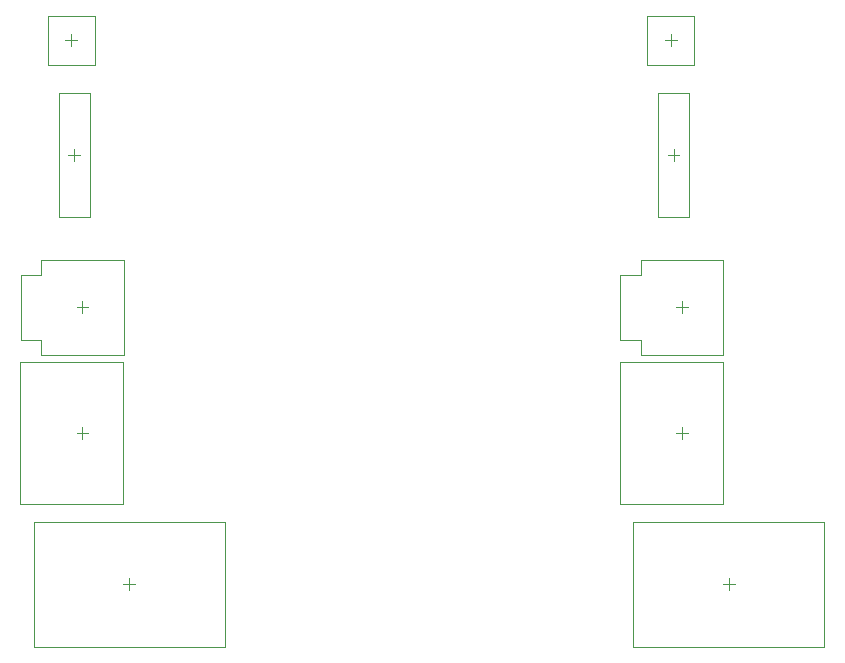
<source format=gbr>
G04*
G04 #@! TF.GenerationSoftware,Altium Limited,Altium Designer,25.0.2 (28)*
G04*
G04 Layer_Color=32768*
%FSLAX44Y44*%
%MOMM*%
G71*
G04*
G04 #@! TF.SameCoordinates,8B6BD92A-2743-4FC7-A306-186CE1EE4446*
G04*
G04*
G04 #@! TF.FilePolarity,Positive*
G04*
G01*
G75*
%ADD65C,0.1000*%
%ADD66C,0.0500*%
D65*
X63490Y198220D02*
X73490D01*
X68490Y193220D02*
Y203220D01*
X63490Y304670D02*
X73490D01*
X68490Y299670D02*
Y309670D01*
X53990Y530970D02*
X63990D01*
X58990Y525970D02*
Y535970D01*
X61490Y428720D02*
Y438720D01*
X56490Y433720D02*
X66490D01*
X108240Y65220D02*
Y75220D01*
X103240Y70220D02*
X113240D01*
X571010Y198220D02*
X581010D01*
X576010Y193220D02*
Y203220D01*
X571010Y304670D02*
X581010D01*
X576010Y299670D02*
Y309670D01*
X561510Y530970D02*
X571510D01*
X566510Y525970D02*
Y535970D01*
X569010Y428720D02*
Y438720D01*
X564010Y433720D02*
X574010D01*
X615760Y65220D02*
Y75220D01*
X610760Y70220D02*
X620760D01*
D66*
X15990Y258320D02*
X102990D01*
Y138120D02*
Y258320D01*
X15990Y138120D02*
X102990D01*
X15990D02*
Y258320D01*
X33490Y344970D02*
X103490D01*
X33490Y332470D02*
Y344970D01*
X16490Y332470D02*
X33490D01*
X103490Y264370D02*
Y344970D01*
X33490Y264370D02*
X103490D01*
X33490D02*
Y276870D01*
X16490D02*
X33490D01*
X16490D02*
Y332470D01*
X39000Y551670D02*
X78980D01*
Y510270D02*
Y551670D01*
X39000Y510270D02*
Y551670D01*
Y510270D02*
X78980D01*
X48490Y486470D02*
X74490D01*
X48490Y380970D02*
Y486470D01*
X74490Y380970D02*
Y486470D01*
X48490Y380970D02*
X74490D01*
X27240Y123220D02*
X189240D01*
X27240Y17220D02*
X189240D01*
X27240D02*
Y123220D01*
X189240Y17220D02*
Y123220D01*
X523510Y258320D02*
X610510D01*
Y138120D02*
Y258320D01*
X523510Y138120D02*
X610510D01*
X523510D02*
Y258320D01*
X541010Y344970D02*
X611010D01*
X541010Y332470D02*
Y344970D01*
X524010Y332470D02*
X541010D01*
X611010Y264370D02*
Y344970D01*
X541010Y264370D02*
X611010D01*
X541010D02*
Y276870D01*
X524010D02*
X541010D01*
X524010D02*
Y332470D01*
X546520Y551670D02*
X586500D01*
Y510270D02*
Y551670D01*
X546520Y510270D02*
Y551670D01*
Y510270D02*
X586500D01*
X556010Y486470D02*
X582010D01*
X556010Y380970D02*
Y486470D01*
X582010Y380970D02*
Y486470D01*
X556010Y380970D02*
X582010D01*
X534760Y123220D02*
X696760D01*
X534760Y17220D02*
X696760D01*
X534760D02*
Y123220D01*
X696760Y17220D02*
Y123220D01*
M02*

</source>
